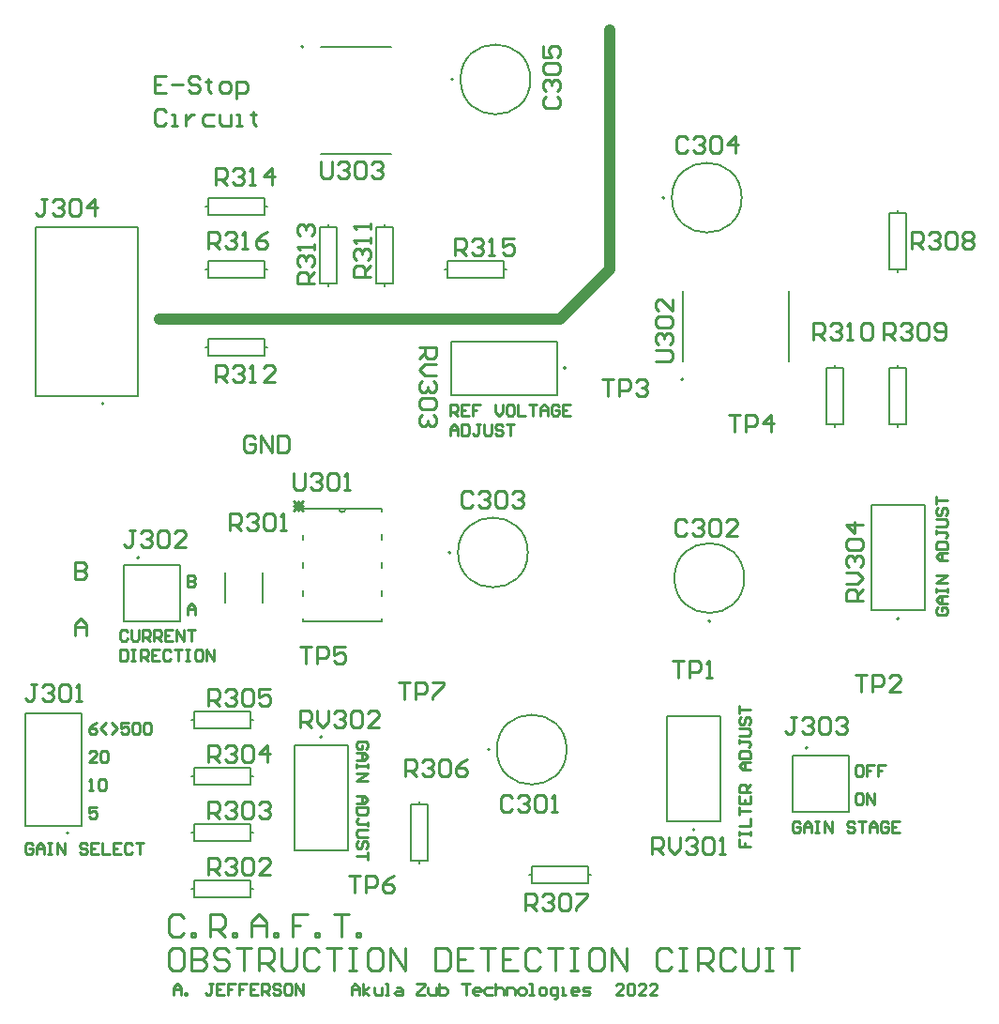
<source format=gbr>
G04 Layer_Color=65535*
%FSLAX23Y23*%
%MOIN*%
%TF.FileFunction,Legend,Top*%
%TF.Part,Single*%
G01*
G75*
%TA.AperFunction,NonConductor*%
%ADD47C,0.005*%
%ADD48C,0.008*%
%ADD49C,0.006*%
%ADD50C,0.040*%
%ADD51C,0.010*%
D47*
X2005Y1561D02*
Y1936D01*
X2195D01*
Y1561D01*
X2005D01*
X2973Y1920D02*
G03*
X2973Y1920I-124J0D01*
G01*
X3330Y1664D02*
Y2039D01*
X3520D01*
Y1664D01*
X3330D01*
X4055Y2414D02*
Y2789D01*
X4245D01*
Y2414D01*
X4055D01*
X3604Y2529D02*
G03*
X3604Y2529I-124J0D01*
G01*
X3764Y3300D02*
Y3550D01*
X3595Y3880D02*
G03*
X3595Y3880I-124J0D01*
G01*
X3386Y3550D02*
Y3300D01*
X2938Y3370D02*
X2562D01*
Y3180D01*
X2938D01*
Y3370D01*
X2835Y2620D02*
G03*
X2835Y2620I-124J0D01*
G01*
X1892Y2549D02*
Y2443D01*
X1758Y2549D02*
Y2443D01*
X1450Y3175D02*
Y3775D01*
X1087D01*
Y3175D01*
X1450D01*
X2350Y4036D02*
X2100D01*
X2350Y4414D02*
X2100D01*
X2844Y4300D02*
G03*
X2844Y4300I-124J0D01*
G01*
D48*
X1650Y1395D02*
X1850D01*
Y1455D01*
X1650D01*
Y1425D01*
X1641D01*
X1650D02*
Y1395D01*
X1850Y1425D02*
X1859D01*
X1850Y1595D02*
Y1655D01*
X1650D01*
Y1625D01*
X1641D01*
X1650D02*
Y1595D01*
X1850D01*
Y1625D02*
X1859D01*
X1850Y1795D02*
Y1855D01*
X1650D01*
Y1825D01*
X1641D01*
X1650D02*
Y1795D01*
X1850D01*
Y1825D02*
X1859D01*
X1850Y1995D02*
Y2055D01*
X1650D01*
Y2025D01*
X1641D01*
X1650D02*
Y1995D01*
X1850D01*
Y2025D02*
X1859D01*
X2104Y1965D02*
G03*
X2104Y1965I-4J0D01*
G01*
X2420Y1725D02*
X2480D01*
Y1525D01*
X2450D01*
Y1516D01*
Y1525D02*
X2420D01*
Y1725D01*
X2450D02*
Y1734D01*
X2700Y1920D02*
G03*
X2700Y1920I-4J0D01*
G01*
X2850Y1505D02*
X3050D01*
Y1475D01*
X3059D01*
X3050D02*
Y1445D01*
X2850D01*
Y1505D01*
Y1475D02*
X2841D01*
X3429Y1635D02*
G03*
X3429Y1635I-4J0D01*
G01*
X3775Y1700D02*
Y1900D01*
X3975D01*
Y1700D01*
X3775D01*
X3829Y1926D02*
G03*
X3829Y1926I-4J0D01*
G01*
X4154Y2385D02*
G03*
X4154Y2385I-4J0D01*
G01*
X4150Y3066D02*
Y3075D01*
X4180D02*
Y3275D01*
X4150D01*
Y3284D01*
Y3275D02*
X4120D01*
Y3075D01*
X4180D01*
X3955Y3275D02*
X3895D01*
Y3075D01*
X3925D01*
X3955D01*
Y3275D01*
X3925D02*
Y3284D01*
Y3075D02*
Y3066D01*
X4120Y3625D02*
X4150D01*
X4180D01*
Y3825D01*
X4120D01*
Y3625D01*
X4150D02*
Y3616D01*
Y3825D02*
Y3834D01*
X3321Y3880D02*
G03*
X3321Y3880I-4J0D01*
G01*
X2970Y3275D02*
G03*
X2970Y3275I-4J0D01*
G01*
X2750Y3595D02*
Y3625D01*
Y3655D01*
X2550D01*
Y3595D01*
X2750D01*
Y3625D02*
X2759D01*
X2550D02*
X2541D01*
X2355Y3775D02*
Y3575D01*
X2295D01*
Y3775D01*
X2325D01*
X2355D01*
X2325D02*
Y3784D01*
Y3575D02*
Y3566D01*
X2155Y3775D02*
Y3575D01*
X2095D01*
Y3775D01*
X2125D01*
X2155D01*
X2125D02*
Y3784D01*
Y3575D02*
Y3566D01*
X1909Y3625D02*
X1900D01*
Y3655D02*
Y3595D01*
X1700D01*
Y3625D01*
Y3655D01*
X1900D01*
Y3820D02*
Y3880D01*
X1700D01*
Y3850D01*
Y3820D01*
X1900D01*
Y3850D02*
X1909D01*
X1700D02*
X1691D01*
Y3625D02*
X1700D01*
X1691Y3350D02*
X1700D01*
Y3380D01*
X1900D01*
Y3320D01*
X1700D01*
Y3350D01*
X1900D02*
X1909D01*
X1329Y3149D02*
G03*
X1329Y3149I-4J0D01*
G01*
X1454Y2601D02*
G03*
X1454Y2601I-4J0D01*
G01*
X1400Y2575D02*
X1600D01*
Y2375D01*
X1400D01*
Y2575D01*
X1050Y2050D02*
X1250D01*
Y1650D01*
X1050D01*
Y2050D01*
X1204Y1624D02*
G03*
X1204Y1624I-4J0D01*
G01*
X2561Y2620D02*
G03*
X2561Y2620I-4J0D01*
G01*
X3388Y3234D02*
G03*
X3388Y3234I-4J0D01*
G01*
X3484Y2376D02*
G03*
X3484Y2376I-4J0D01*
G01*
X2570Y4300D02*
G03*
X2570Y4300I-4J0D01*
G01*
X2038Y4416D02*
G03*
X2038Y4416I-4J0D01*
G01*
D49*
X2315Y2375D02*
Y2384D01*
Y2375D02*
X2035D01*
Y2384D01*
Y2466D02*
Y2484D01*
Y2566D02*
Y2584D01*
Y2666D02*
Y2682D01*
X2163Y2775D02*
G03*
X2187Y2775I12J0D01*
G01*
X2315D01*
Y2766D01*
Y2684D02*
Y2666D01*
Y2584D02*
Y2566D01*
Y2484D02*
Y2466D01*
X2187Y2775D02*
X2163D01*
X2035D01*
Y2768D01*
D50*
X2950Y3450D02*
X3125Y3625D01*
Y4475D01*
X2950Y3450D02*
X1525D01*
D51*
X1575Y1050D02*
Y1077D01*
X1588Y1090D01*
X1602Y1077D01*
Y1050D01*
Y1070D01*
X1575D01*
X1615Y1057D02*
X1622D01*
Y1050D01*
X1615D01*
Y1057D01*
X1688D02*
X1695Y1050D01*
X1702D01*
X1708Y1057D01*
Y1090D01*
X1702D01*
X1715D01*
X1728D02*
Y1050D01*
X1755D01*
X1768D02*
Y1070D01*
X1782D01*
X1768D01*
Y1090D01*
X1795D01*
X1755D02*
X1728D01*
Y1070D02*
X1742D01*
X1808D02*
X1822D01*
X1808D01*
Y1050D01*
Y1070D02*
Y1090D01*
X1835D01*
X1848D02*
Y1050D01*
X1875D01*
X1888D02*
Y1090D01*
X1908D01*
X1915Y1083D01*
Y1070D01*
X1908Y1063D01*
X1888D01*
X1862Y1070D02*
X1848D01*
Y1090D02*
X1875D01*
X1902Y1063D02*
X1915Y1050D01*
X1935D02*
X1928Y1057D01*
X1935Y1050D02*
X1948D01*
X1955Y1057D01*
Y1063D01*
X1948Y1070D01*
X1935D01*
X1928Y1077D01*
Y1083D01*
X1935Y1090D01*
X1948D01*
X1955Y1083D01*
X1968D02*
Y1057D01*
X1975Y1050D01*
X1988D01*
X1995Y1057D01*
Y1083D01*
X1988Y1090D01*
X1975D01*
X1968Y1083D01*
X2008Y1090D02*
X2035Y1050D01*
Y1090D01*
X2008D02*
Y1050D01*
X2146Y1135D02*
Y1215D01*
X2173D01*
X2120D01*
X2200D02*
X2226D01*
X2213D01*
Y1135D01*
X2200D01*
X2226D01*
X2266Y1148D02*
X2280Y1135D01*
X2306D01*
X2320Y1148D01*
Y1202D01*
X2306Y1215D01*
X2280D01*
X2266Y1202D01*
Y1148D01*
X2268Y1077D02*
X2248Y1063D01*
X2268Y1050D01*
X2248D02*
Y1090D01*
X2221D02*
X2235Y1077D01*
Y1050D01*
Y1070D01*
X2208D01*
Y1077D02*
X2221Y1090D01*
X2208Y1077D02*
Y1050D01*
X2288Y1057D02*
X2295Y1050D01*
X2315D01*
Y1077D01*
X2328Y1090D02*
X2335D01*
Y1050D01*
X2341D01*
X2328D01*
X2368D02*
X2361Y1057D01*
X2368Y1063D01*
X2388D01*
Y1070D02*
Y1050D01*
X2368D01*
Y1077D02*
X2381D01*
X2388Y1070D01*
X2441Y1057D02*
Y1050D01*
X2468D01*
X2481Y1057D02*
X2488Y1050D01*
X2508D01*
Y1077D01*
X2521D02*
X2541D01*
X2548Y1070D01*
Y1063D01*
Y1057D01*
X2541Y1050D01*
X2521D01*
Y1090D01*
X2601D02*
X2628D01*
X2615D01*
Y1050D01*
X2648D02*
X2641Y1057D01*
Y1070D01*
X2648Y1077D01*
X2661D01*
X2668Y1070D01*
Y1063D01*
X2641D01*
X2648Y1050D02*
X2661D01*
X2681Y1057D02*
X2688Y1050D01*
X2708D01*
X2721D02*
Y1070D01*
X2728Y1077D01*
X2741D01*
X2748Y1070D01*
Y1050D01*
X2761D02*
Y1077D01*
X2781D01*
X2788Y1070D01*
Y1050D01*
X2721D02*
Y1090D01*
X2708Y1077D02*
X2688D01*
X2681Y1070D01*
Y1057D01*
X2746Y1135D02*
X2800D01*
X2746D02*
Y1215D01*
X2800D01*
X2720D02*
X2693D01*
Y1135D01*
X2640D02*
X2586D01*
Y1215D01*
X2640D01*
X2666D02*
X2720D01*
X2746Y1175D02*
X2773D01*
X2808Y1077D02*
X2801Y1070D01*
Y1057D01*
X2808Y1050D01*
X2821D01*
X2828Y1057D01*
Y1070D01*
X2821Y1077D01*
X2808D01*
X2841Y1090D02*
X2848D01*
Y1050D01*
X2855D01*
X2841D01*
X2881D02*
X2895D01*
X2901Y1057D01*
Y1070D01*
X2895Y1077D01*
X2881D01*
X2875Y1070D01*
Y1057D01*
X2881Y1050D01*
X2915Y1057D02*
X2921Y1050D01*
X2941D01*
Y1043D02*
Y1077D01*
X2921D01*
X2915Y1070D01*
Y1057D01*
X2928Y1037D02*
X2935D01*
X2941Y1043D01*
X2955Y1050D02*
X2968D01*
X2961D01*
Y1077D01*
X2955D01*
X2988Y1070D02*
X2995Y1077D01*
X3008D01*
X3015Y1070D01*
Y1063D01*
X2988D01*
Y1057D02*
Y1070D01*
Y1057D02*
X2995Y1050D01*
X3008D01*
X3028D02*
X3048D01*
X3055Y1057D01*
X3048Y1063D01*
X3035D01*
X3028Y1070D01*
X3035Y1077D01*
X3055D01*
X3148Y1083D02*
X3154Y1090D01*
X3168D01*
X3174Y1083D01*
Y1077D01*
X3148Y1050D01*
X3174D01*
X3194D02*
X3188Y1057D01*
Y1083D01*
X3194Y1090D01*
X3208D01*
X3214Y1083D01*
Y1057D01*
X3208Y1050D01*
X3194D01*
X3228D02*
X3254Y1077D01*
Y1083D01*
X3248Y1090D01*
X3234D01*
X3228Y1083D01*
Y1050D02*
X3254D01*
X3268D02*
X3294Y1077D01*
Y1083D01*
X3288Y1090D01*
X3274D01*
X3268Y1083D01*
Y1050D02*
X3294D01*
X3306Y1135D02*
X3333D01*
X3346Y1148D01*
X3373Y1135D02*
X3399D01*
X3386D02*
X3373D01*
X3386D02*
Y1215D01*
X3399D01*
X3373D01*
X3346Y1202D02*
X3333Y1215D01*
X3306D01*
X3293Y1202D01*
Y1148D01*
X3306Y1135D01*
X3439D02*
Y1215D01*
X3479D01*
X3493Y1202D01*
Y1175D01*
X3479Y1162D01*
X3439D01*
X3466D02*
X3493Y1135D01*
X3519Y1148D02*
X3533Y1135D01*
X3559D01*
X3573Y1148D01*
X3599D02*
X3613Y1135D01*
X3639D01*
X3653Y1148D01*
Y1215D01*
X3679D02*
X3706D01*
X3693D01*
Y1135D01*
X3679D01*
X3706D01*
X3773D02*
Y1215D01*
X3799D01*
X3746D01*
X3599D02*
Y1148D01*
X3519D02*
Y1202D01*
X3533Y1215D01*
X3559D01*
X3573Y1202D01*
X3605Y1575D02*
Y1588D01*
Y1575D01*
X3625D01*
X3605D02*
X3585D01*
Y1602D01*
Y1615D02*
Y1628D01*
Y1622D01*
X3625D01*
Y1615D01*
Y1628D01*
Y1648D02*
Y1675D01*
Y1648D02*
X3585D01*
Y1688D02*
Y1715D01*
Y1702D01*
X3625D01*
Y1728D02*
Y1755D01*
Y1768D02*
X3585D01*
Y1788D01*
X3592Y1795D01*
X3605D01*
X3612Y1788D01*
Y1768D01*
Y1782D02*
X3625Y1795D01*
Y1728D02*
X3585D01*
Y1755D01*
X3525Y1610D02*
X3515Y1600D01*
Y1550D02*
X3535D01*
X3525D01*
Y1610D01*
X3605Y1728D02*
Y1742D01*
X3782Y1665D02*
X3775Y1658D01*
Y1632D01*
X3782Y1625D01*
X3795D01*
X3802Y1632D01*
Y1645D01*
X3788D01*
X3795Y1665D02*
X3782D01*
X3795D02*
X3802Y1658D01*
X3815Y1652D02*
X3828Y1665D01*
X3842Y1652D01*
Y1625D01*
Y1645D01*
X3815D01*
Y1652D02*
Y1625D01*
X3855D02*
X3868D01*
X3862D02*
X3855D01*
X3862D02*
Y1665D01*
X3868D01*
X3855D01*
X3888D02*
X3915Y1625D01*
Y1665D01*
X3975D02*
X3968Y1658D01*
Y1652D01*
X3975Y1645D01*
X3988D01*
X3995Y1638D01*
Y1632D01*
X3988Y1625D01*
X3975D01*
X3968Y1632D01*
X3975Y1665D02*
X3988D01*
X3995Y1658D01*
X4008Y1665D02*
X4035D01*
X4022D01*
Y1625D01*
X4048D02*
Y1652D01*
X4062Y1665D01*
X4075Y1652D01*
Y1625D01*
Y1645D01*
X4048D01*
X4088Y1632D02*
X4095Y1625D01*
X4108D01*
X4115Y1632D01*
Y1645D01*
X4102D01*
X4115Y1658D02*
X4108Y1665D01*
X4095D01*
X4088Y1658D01*
Y1632D01*
X4128Y1625D02*
X4155D01*
X4128D02*
Y1665D01*
X4155D01*
X4142Y1645D02*
X4128D01*
X4067Y1725D02*
Y1765D01*
X4040D02*
X4067Y1725D01*
X4040D02*
Y1765D01*
X4020D02*
X4007D01*
X4000Y1758D01*
Y1732D01*
X4007Y1725D01*
X4020D01*
X4027Y1732D01*
Y1758D01*
X4020Y1765D01*
X4107Y1865D02*
X4080D01*
Y1845D01*
X4093D01*
X4080D01*
Y1825D01*
X4040D02*
Y1845D01*
X4053D01*
X4040D01*
Y1865D01*
X4067D01*
X4020D02*
X4007D01*
X4000Y1858D01*
Y1832D01*
X4007Y1825D01*
X4020D01*
X4027Y1832D01*
Y1858D01*
X4020Y1865D01*
X3970Y1985D02*
X3960Y1975D01*
X3940D01*
X3930Y1985D01*
X3910D02*
X3900Y1975D01*
X3880D01*
X3870Y1985D01*
Y2025D01*
X3880Y2035D01*
X3900D01*
X3910Y2025D01*
Y1985D01*
X3970D02*
Y1995D01*
X3960Y2005D01*
X3950D01*
X3960D01*
X3970Y2015D01*
Y2025D01*
X3960Y2035D01*
X3940D01*
X3930Y2025D01*
X4020Y2125D02*
Y2185D01*
X4040D01*
X4000D01*
X4060D02*
X4090D01*
X4100Y2175D01*
Y2155D01*
X4090Y2145D01*
X4060D01*
Y2125D02*
Y2185D01*
X4130D02*
X4120Y2175D01*
X4130Y2185D02*
X4150D01*
X4160Y2175D01*
Y2165D01*
X4120Y2125D01*
X4160D01*
X4318Y2400D02*
X4325Y2407D01*
Y2420D01*
X4318Y2427D01*
X4305D01*
Y2413D01*
X4318Y2400D02*
X4292D01*
X4285Y2407D01*
Y2420D01*
X4292Y2427D01*
X4298Y2440D02*
X4285Y2453D01*
X4298Y2467D01*
X4325D01*
X4305D01*
Y2440D01*
X4325D02*
X4298D01*
X4285Y2480D02*
Y2493D01*
Y2487D01*
X4325D01*
Y2480D01*
Y2493D01*
Y2513D02*
X4285D01*
X4325Y2540D01*
X4285D01*
X4298Y2593D02*
X4285Y2607D01*
X4298Y2620D01*
X4325D01*
X4305D01*
Y2593D01*
X4325D02*
X4298D01*
X4325Y2633D02*
Y2653D01*
X4318Y2660D01*
X4292D01*
X4285Y2653D01*
Y2633D01*
X4325D01*
Y2680D02*
X4318Y2673D01*
X4325Y2680D02*
Y2687D01*
X4318Y2693D01*
X4285D01*
Y2687D01*
Y2700D01*
X4318Y2713D02*
X4325Y2720D01*
Y2733D01*
X4318Y2740D01*
X4285D01*
Y2760D02*
X4292Y2753D01*
X4298D01*
X4305Y2760D01*
Y2773D01*
X4312Y2780D01*
X4318D01*
X4325Y2773D01*
Y2760D01*
X4318Y2753D01*
Y2713D02*
X4285D01*
Y2760D02*
Y2773D01*
X4292Y2780D01*
X4285Y2793D02*
Y2820D01*
Y2807D01*
X4325D01*
X4025Y2720D02*
X3965D01*
X3995Y2690D01*
Y2730D01*
X3975Y2670D02*
X4015D01*
X4025Y2660D01*
Y2640D01*
X4015Y2630D01*
X3975D01*
X3965Y2640D01*
Y2660D01*
X3975Y2670D01*
Y2610D02*
X3985D01*
X3995Y2600D01*
Y2590D01*
Y2600D01*
X4005Y2610D01*
X4015D01*
X4025Y2600D01*
Y2580D01*
X4015Y2570D01*
X4005Y2550D02*
X3965D01*
X3975Y2570D02*
X3965Y2580D01*
Y2600D01*
X3975Y2610D01*
X3965Y2510D02*
X4005D01*
X4025Y2530D01*
X4005Y2550D01*
Y2480D02*
Y2450D01*
X4025D02*
X3965D01*
Y2480D01*
X3975Y2490D01*
X3995D01*
X4005Y2480D01*
Y2470D02*
X4025Y2490D01*
X3790Y2035D02*
X3770D01*
X3780D01*
Y1985D01*
X3770Y1975D01*
X3760D01*
X3750Y1985D01*
X3810D02*
X3820Y1975D01*
X3840D01*
X3850Y1985D01*
Y1995D01*
X3840Y2005D01*
X3830D01*
X3840D01*
X3850Y2015D01*
Y2025D01*
X3840Y2035D01*
X3820D01*
X3810Y2025D01*
X3625Y2028D02*
Y2015D01*
X3618Y2008D01*
X3605Y2015D02*
Y2028D01*
X3612Y2035D01*
X3618D01*
X3625Y2028D01*
X3605Y2015D02*
X3598Y2008D01*
X3592D01*
X3585Y2015D01*
Y2028D01*
X3592Y2035D01*
X3585Y2048D02*
Y2075D01*
Y2062D01*
X3625D01*
Y1988D02*
X3618Y1995D01*
X3585D01*
Y1968D02*
X3618D01*
X3625Y1975D01*
Y1988D01*
X3618Y1948D02*
X3625Y1942D01*
Y1935D01*
X3618Y1928D01*
Y1915D02*
X3592D01*
X3585Y1908D01*
Y1888D01*
X3625D01*
Y1908D01*
X3618Y1915D01*
Y1948D02*
X3585D01*
Y1942D01*
Y1955D01*
Y1862D02*
X3598Y1875D01*
X3625D01*
X3605D01*
Y1848D01*
X3625D02*
X3598D01*
X3585Y1862D01*
X3485Y1610D02*
X3495Y1600D01*
Y1560D01*
X3485Y1550D01*
X3465D01*
X3455Y1560D01*
Y1600D01*
X3465Y1610D01*
X3485D01*
X3425D02*
X3435Y1600D01*
Y1590D01*
X3425Y1580D01*
X3415D01*
X3425D01*
X3435Y1570D01*
Y1560D01*
X3425Y1550D01*
X3405D01*
X3395Y1560D01*
X3375Y1570D02*
Y1610D01*
X3335D02*
Y1570D01*
X3355Y1550D01*
X3375Y1570D01*
X3395Y1600D02*
X3405Y1610D01*
X3425D01*
X3305D02*
X3315Y1600D01*
Y1580D01*
X3305Y1570D01*
X3275D01*
Y1550D02*
Y1610D01*
X3305D01*
X3315Y1550D02*
X3295Y1570D01*
X3045Y1410D02*
Y1400D01*
X3005Y1360D01*
Y1350D01*
X3013Y1215D02*
X3000D01*
Y1135D01*
X2986D01*
X3013D01*
X3053Y1148D02*
X3066Y1135D01*
X3093D01*
X3106Y1148D01*
Y1202D01*
X3093Y1215D01*
X3066D01*
X3053Y1202D01*
Y1148D01*
X3133Y1135D02*
Y1215D01*
X3186Y1135D01*
Y1215D01*
X3013D02*
X2986D01*
X2960D02*
X2933D01*
Y1135D01*
X2906Y1215D02*
X2960D01*
X2955Y1350D02*
X2945Y1360D01*
Y1400D01*
X2955Y1410D01*
X2975D01*
X2985Y1400D01*
Y1360D01*
X2975Y1350D01*
X2955D01*
X2925Y1360D02*
X2915Y1350D01*
X2895D01*
X2885Y1360D01*
X2865Y1350D02*
X2845Y1370D01*
X2855D02*
X2825D01*
Y1350D02*
Y1410D01*
X2855D01*
X2865Y1400D01*
Y1380D01*
X2855Y1370D01*
X2885Y1400D02*
X2895Y1410D01*
X2915D01*
X2925Y1400D01*
Y1390D01*
X2915Y1380D01*
X2905D01*
X2915D01*
X2925Y1370D01*
Y1360D01*
X3005Y1410D02*
X3045D01*
X2880Y1202D02*
X2866Y1215D01*
X2840D01*
X2826Y1202D01*
Y1148D01*
X2840Y1135D01*
X2866D01*
X2880Y1148D01*
X2613Y1175D02*
X2586D01*
X2560Y1148D02*
Y1202D01*
X2546Y1215D01*
X2506D01*
Y1135D01*
X2546D01*
X2560Y1148D01*
X2468Y1090D02*
Y1083D01*
X2441Y1057D01*
Y1090D02*
X2468D01*
X2481Y1077D02*
Y1057D01*
X2400Y1135D02*
Y1215D01*
X2346D02*
X2400Y1135D01*
X2346D02*
Y1215D01*
X2240Y1255D02*
X2226D01*
Y1268D01*
X2240D01*
Y1255D01*
X2200Y1335D02*
X2173D01*
Y1255D01*
X2146Y1335D02*
X2200D01*
X2220Y1411D02*
Y1471D01*
X2240D01*
X2200D01*
X2260D02*
X2290D01*
X2300Y1461D01*
Y1441D01*
X2290Y1431D01*
X2260D01*
Y1411D02*
Y1471D01*
X2340Y1461D02*
X2320Y1441D01*
Y1421D01*
X2330Y1411D01*
X2350D01*
X2360Y1421D01*
Y1431D01*
X2350Y1441D01*
X2320D01*
X2340Y1461D02*
X2360Y1471D01*
X2265Y1530D02*
Y1543D01*
X2225D01*
X2232Y1570D02*
X2225Y1577D01*
Y1590D01*
X2232Y1597D01*
X2252D02*
X2245Y1590D01*
Y1577D01*
X2238Y1570D01*
X2232D01*
X2258D02*
X2265Y1577D01*
Y1590D01*
X2258Y1597D01*
X2252D01*
X2265Y1557D02*
Y1530D01*
Y1610D02*
X2232D01*
X2225Y1617D01*
Y1630D01*
X2232Y1637D01*
X2265D01*
Y1650D02*
Y1663D01*
Y1657D01*
X2232D01*
X2225Y1663D01*
Y1670D01*
X2232Y1677D01*
Y1690D02*
X2258D01*
X2265Y1697D01*
Y1717D01*
X2225D01*
Y1697D01*
X2232Y1690D01*
X2225Y1730D02*
X2245D01*
Y1757D01*
X2252D02*
X2265Y1743D01*
X2252Y1730D01*
X2225D01*
Y1757D02*
X2252D01*
X2265Y1810D02*
X2225D01*
X2265Y1837D01*
X2225D01*
Y1857D02*
Y1870D01*
Y1863D01*
X2265D01*
Y1857D01*
Y1870D01*
Y1897D02*
X2252Y1883D01*
X2225D01*
X2245D01*
Y1910D01*
X2252D02*
X2265Y1897D01*
X2252Y1910D02*
X2225D01*
Y1930D02*
X2232Y1923D01*
X2245D01*
Y1937D01*
X2232Y1950D02*
X2225Y1943D01*
Y1930D01*
X2232Y1950D02*
X2258D01*
X2265Y1943D01*
Y1930D01*
X2258Y1923D01*
X2305Y2000D02*
X2265D01*
X2305Y2040D01*
Y2050D01*
X2295Y2060D01*
X2275D01*
X2265Y2050D01*
X2245D02*
Y2010D01*
X2235Y2000D01*
X2215D01*
X2205Y2010D01*
Y2050D01*
X2215Y2060D01*
X2235D01*
X2245Y2050D01*
X2395Y2100D02*
Y2160D01*
X2415D01*
X2375D01*
X2435D02*
X2465D01*
X2475Y2150D01*
Y2130D01*
X2465Y2120D01*
X2435D01*
Y2100D02*
Y2160D01*
X2495D02*
X2535D01*
Y2150D01*
X2495Y2110D01*
Y2100D01*
X2490Y1885D02*
X2500Y1875D01*
Y1865D01*
X2490Y1855D01*
X2480D01*
X2490D01*
X2500Y1845D01*
Y1835D01*
X2490Y1825D01*
X2470D01*
X2460Y1835D01*
X2440Y1825D02*
X2420Y1845D01*
X2430D02*
X2400D01*
Y1825D02*
Y1885D01*
X2430D01*
X2440Y1875D01*
Y1855D01*
X2430Y1845D01*
X2460Y1875D02*
X2470Y1885D01*
X2490D01*
X2520Y1875D02*
X2530Y1885D01*
X2550D01*
X2560Y1875D01*
Y1835D01*
X2550Y1825D01*
X2530D01*
X2520Y1835D01*
Y1875D01*
X2600D02*
X2580Y1855D01*
Y1835D01*
X2590Y1825D01*
X2610D01*
X2620Y1835D01*
Y1845D01*
X2610Y1855D01*
X2580D01*
X2600Y1875D02*
X2620Y1885D01*
X2750Y1760D02*
X2740Y1750D01*
Y1710D01*
X2750Y1700D01*
X2770D01*
X2780Y1710D01*
X2800D02*
X2810Y1700D01*
X2830D01*
X2840Y1710D01*
Y1720D01*
X2830Y1730D01*
X2820D01*
X2830D01*
X2840Y1740D01*
Y1750D01*
X2830Y1760D01*
X2810D01*
X2800Y1750D01*
X2780D02*
X2770Y1760D01*
X2750D01*
X2860Y1750D02*
X2870Y1760D01*
X2890D01*
X2900Y1750D01*
Y1710D01*
X2890Y1700D01*
X2870D01*
X2860Y1710D01*
Y1750D01*
X2920D02*
X2930Y1760D01*
Y1700D01*
X2940D01*
X2920D01*
X3370Y2175D02*
Y2235D01*
X3390D01*
X3350D01*
X3410Y2195D02*
X3440D01*
X3450Y2205D01*
Y2225D01*
X3440Y2235D01*
X3410D01*
Y2175D01*
X3470D02*
X3490D01*
X3480D01*
Y2235D01*
X3470Y2225D01*
X3510Y2680D02*
X3490D01*
X3480Y2690D01*
Y2730D01*
X3490Y2740D01*
X3510D01*
X3520Y2730D01*
Y2690D01*
X3510Y2680D01*
X3540D02*
X3580Y2720D01*
Y2730D01*
X3570Y2740D01*
X3550D01*
X3540Y2730D01*
Y2680D02*
X3580D01*
X3460Y2720D02*
X3450Y2710D01*
X3440D01*
X3450D01*
X3460Y2700D01*
Y2690D01*
X3450Y2680D01*
X3430D01*
X3420Y2690D01*
Y2730D02*
X3430Y2740D01*
X3450D01*
X3460Y2730D01*
Y2720D01*
X3400Y2730D02*
X3390Y2740D01*
X3370D01*
X3360Y2730D01*
Y2690D01*
X3370Y2680D01*
X3390D01*
X3400Y2690D01*
X3710Y3080D02*
X3670D01*
X3700Y3110D01*
Y3050D01*
X3650Y3080D02*
X3640Y3070D01*
X3610D01*
Y3050D02*
Y3110D01*
X3640D01*
X3650Y3100D01*
Y3080D01*
X3590Y3110D02*
X3570D01*
Y3050D01*
X3550Y3110D02*
X3590D01*
X3340Y3300D02*
X3350Y3310D01*
Y3330D01*
X3340Y3340D01*
X3290D01*
Y3370D02*
Y3390D01*
X3300Y3400D01*
X3310D01*
X3320Y3390D01*
Y3380D01*
Y3390D01*
X3330Y3400D01*
X3340D01*
X3350Y3390D01*
Y3370D01*
X3340Y3360D01*
X3300D02*
X3290Y3370D01*
Y3300D02*
X3340D01*
Y3420D02*
X3300D01*
X3290Y3430D01*
Y3450D01*
X3300Y3460D01*
X3340D01*
X3350Y3450D01*
Y3430D01*
X3340Y3420D01*
X3350Y3480D02*
X3310Y3520D01*
X3300D01*
X3290Y3510D01*
Y3490D01*
X3300Y3480D01*
X3350D02*
Y3520D01*
X3190Y3235D02*
X3200Y3225D01*
Y3205D01*
X3190Y3195D01*
X3160D01*
Y3175D02*
Y3235D01*
X3190D01*
X3140D02*
X3120D01*
Y3175D01*
X3230D02*
X3220Y3185D01*
X3230Y3175D02*
X3250D01*
X3260Y3185D01*
Y3195D01*
X3250Y3205D01*
X3240D01*
X3250D01*
X3260Y3215D01*
Y3225D01*
X3250Y3235D01*
X3230D01*
X3220Y3225D01*
X3140Y3235D02*
X3100D01*
X2987Y3147D02*
X2960D01*
Y3107D01*
X2987D01*
X2973Y3127D02*
X2960D01*
X2947D02*
X2933D01*
X2947D02*
Y3114D01*
X2940Y3107D01*
X2927D01*
X2920Y3114D01*
Y3140D01*
X2927Y3147D01*
X2940D01*
X2947Y3140D01*
X2907Y3134D02*
Y3107D01*
Y3127D01*
X2880D01*
Y3134D02*
X2893Y3147D01*
X2907Y3134D01*
X2880D02*
Y3107D01*
X2853D02*
Y3147D01*
X2867D01*
X2840D01*
X2827Y3107D02*
X2800D01*
Y3147D01*
X2780D02*
X2767D01*
X2760Y3140D01*
Y3114D01*
X2767Y3107D01*
X2780D01*
X2787Y3114D01*
Y3140D01*
X2780Y3147D01*
X2747D02*
Y3120D01*
X2733Y3107D01*
X2720Y3120D01*
Y3147D01*
X2727Y3075D02*
X2720Y3068D01*
Y3062D01*
X2727Y3055D01*
X2740D01*
X2747Y3048D01*
Y3042D01*
X2740Y3035D01*
X2727D01*
X2720Y3042D01*
X2707D02*
Y3075D01*
X2727D02*
X2740D01*
X2747Y3068D01*
X2760Y3075D02*
X2787D01*
X2773D01*
Y3035D01*
X2707Y3042D02*
X2700Y3035D01*
X2687D01*
X2680Y3042D01*
Y3075D01*
X2667D02*
X2653D01*
X2660D01*
Y3042D01*
X2653Y3035D01*
X2647D01*
X2640Y3042D01*
X2627D02*
Y3068D01*
X2620Y3075D01*
X2600D01*
Y3035D01*
X2620D01*
X2627Y3042D01*
Y3107D02*
X2600D01*
Y3147D01*
X2627D01*
X2640D02*
Y3127D01*
X2653D01*
X2640D01*
Y3107D01*
Y3147D02*
X2667D01*
X2613Y3127D02*
X2600D01*
X2587D02*
X2580Y3120D01*
X2560D01*
Y3107D02*
Y3147D01*
X2580D01*
X2587Y3140D01*
Y3127D01*
X2573Y3120D02*
X2587Y3107D01*
X2510Y3100D02*
Y3080D01*
X2500Y3070D01*
X2490D01*
X2480Y3080D01*
Y3090D01*
Y3080D01*
X2470Y3070D01*
X2460D01*
X2450Y3080D01*
Y3100D01*
X2460Y3110D01*
Y3130D02*
X2450Y3140D01*
Y3160D01*
X2460Y3170D01*
X2500D01*
X2510Y3160D01*
Y3140D01*
X2500Y3130D01*
X2460D01*
X2500Y3110D02*
X2510Y3100D01*
X2573Y3075D02*
X2587Y3062D01*
Y3035D01*
Y3055D01*
X2560D01*
Y3062D02*
X2573Y3075D01*
X2560Y3062D02*
Y3035D01*
X2500Y3190D02*
X2490D01*
X2480Y3200D01*
Y3210D01*
Y3200D01*
X2470Y3190D01*
X2460D01*
X2450Y3200D01*
Y3220D01*
X2460Y3230D01*
X2470Y3250D02*
X2510D01*
Y3220D02*
Y3200D01*
X2500Y3190D01*
X2510Y3220D02*
X2500Y3230D01*
X2470Y3250D02*
X2450Y3270D01*
X2470Y3290D01*
X2510D01*
Y3320D02*
X2500Y3310D01*
X2480D01*
X2470Y3320D01*
Y3350D01*
X2450D02*
X2510D01*
Y3320D01*
X2470Y3330D02*
X2450Y3310D01*
X2705Y3675D02*
Y3735D01*
X2695Y3725D01*
X2675D02*
Y3715D01*
X2665Y3705D01*
X2655D01*
X2665D01*
X2675Y3695D01*
Y3685D01*
X2665Y3675D01*
X2645D01*
X2635Y3685D01*
X2615Y3675D02*
X2595Y3695D01*
X2575D02*
X2605D01*
X2615Y3705D01*
Y3725D01*
X2605Y3735D01*
X2575D01*
Y3675D01*
X2695D02*
X2715D01*
X2705D01*
X2755D02*
X2745Y3685D01*
X2755Y3675D02*
X2775D01*
X2785Y3685D01*
Y3705D01*
X2775Y3715D01*
X2765D01*
X2745Y3705D01*
Y3735D01*
X2785D01*
X2665D02*
X2675Y3725D01*
X2665Y3735D02*
X2645D01*
X2635Y3725D01*
X2310Y4010D02*
X2320Y4000D01*
Y3990D01*
X2310Y3980D01*
X2300D01*
X2310D01*
X2320Y3970D01*
Y3960D01*
X2310Y3950D01*
X2290D01*
X2280Y3960D01*
X2260D02*
X2250Y3950D01*
X2230D01*
X2220Y3960D01*
Y4000D01*
X2230Y4010D01*
X2250D01*
X2260Y4000D01*
Y3960D01*
X2280Y4000D02*
X2290Y4010D01*
X2310D01*
X2190D02*
X2200Y4000D01*
Y3990D01*
X2190Y3980D01*
X2180D01*
X2190D01*
X2200Y3970D01*
Y3960D01*
X2190Y3950D01*
X2170D01*
X2160Y3960D01*
X2140D02*
Y4010D01*
X2170D02*
X2190D01*
X2170D02*
X2160Y4000D01*
X2140Y3960D02*
X2130Y3950D01*
X2110D01*
X2100Y3960D01*
Y4010D01*
X1925Y3985D02*
X1895Y3955D01*
X1935D01*
X1925Y3925D02*
Y3985D01*
X1855D02*
X1845Y3975D01*
X1825D02*
Y3965D01*
X1815Y3955D01*
X1805D01*
X1815D01*
X1825Y3945D01*
Y3935D01*
X1815Y3925D01*
X1795D01*
X1785Y3935D01*
X1765Y3925D02*
X1745Y3945D01*
X1755D02*
X1725D01*
Y3925D02*
Y3985D01*
X1755D01*
X1765Y3975D01*
Y3955D01*
X1755Y3945D01*
X1785Y3975D02*
X1795Y3985D01*
X1815D01*
X1825Y3975D01*
X1855Y3985D02*
Y3925D01*
X1865D01*
X1845D01*
X1790Y3760D02*
X1800Y3750D01*
Y3740D01*
X1790Y3730D01*
X1780D01*
X1790D01*
X1800Y3720D01*
Y3710D01*
X1790Y3700D01*
X1770D01*
X1760Y3710D01*
X1740Y3700D02*
X1720Y3720D01*
X1730D02*
X1700D01*
Y3700D02*
Y3760D01*
X1730D01*
X1740Y3750D01*
Y3730D01*
X1730Y3720D01*
X1760Y3750D02*
X1770Y3760D01*
X1790D01*
X1830D02*
X1820Y3750D01*
X1830Y3760D02*
Y3700D01*
X1840D01*
X1820D01*
X1870Y3710D02*
X1880Y3700D01*
X1900D01*
X1910Y3710D01*
Y3720D01*
X1900Y3730D01*
X1870D01*
Y3710D01*
Y3730D02*
X1890Y3750D01*
X1910Y3760D01*
X2025Y3695D02*
X2015Y3705D01*
X2075D01*
Y3715D01*
Y3695D01*
X2065Y3675D02*
X2075Y3665D01*
Y3645D01*
X2065Y3635D01*
X2075Y3615D02*
X2055Y3595D01*
Y3575D02*
Y3605D01*
X2045Y3615D01*
X2025D01*
X2015Y3605D01*
Y3575D01*
X2075D01*
X2025Y3635D02*
X2015Y3645D01*
Y3665D01*
X2025Y3675D01*
X2035D01*
X2045Y3665D01*
Y3655D01*
Y3665D01*
X2055Y3675D01*
X2065D01*
Y3745D02*
X2075Y3755D01*
Y3775D01*
X2065Y3785D01*
X2055D01*
X2045Y3775D01*
Y3765D01*
Y3775D01*
X2035Y3785D01*
X2025D01*
X2015Y3775D01*
Y3755D01*
X2025Y3745D01*
X2215Y3690D02*
X2225Y3700D01*
X2235D01*
X2245Y3690D01*
Y3680D01*
Y3690D01*
X2255Y3700D01*
X2265D01*
X2275Y3690D01*
Y3670D01*
X2265Y3660D01*
X2275Y3640D02*
X2255Y3620D01*
Y3630D02*
Y3600D01*
X2275D02*
X2215D01*
Y3630D01*
X2225Y3640D01*
X2245D01*
X2255Y3630D01*
X2225Y3660D02*
X2215Y3670D01*
Y3690D01*
Y3730D02*
X2225Y3720D01*
X2215Y3730D02*
X2275D01*
Y3740D01*
Y3720D01*
Y3770D02*
Y3790D01*
Y3780D01*
X2215D01*
X2225Y3770D01*
X1870Y4135D02*
X1860Y4145D01*
Y4175D01*
X1850D01*
X1870D01*
X1860D01*
Y4185D01*
X1810Y4175D02*
X1800D01*
X1780D02*
Y4135D01*
X1750D01*
X1740Y4145D01*
Y4175D01*
X1720D02*
X1690D01*
X1680Y4165D01*
Y4145D01*
X1690Y4135D01*
X1720D01*
X1800D02*
X1820D01*
X1810D01*
Y4175D01*
X1830Y4251D02*
X1800D01*
Y4231D02*
Y4291D01*
X1830D01*
X1840Y4281D01*
Y4261D01*
X1830Y4251D01*
X1770D02*
X1780Y4261D01*
Y4281D01*
X1770Y4291D01*
X1750D01*
X1740Y4281D01*
Y4261D01*
X1750Y4251D01*
X1770D01*
X1710D02*
X1700Y4261D01*
Y4291D01*
X1690D01*
X1710D01*
X1700D01*
Y4301D01*
X1670D02*
X1660Y4311D01*
X1640D01*
X1630Y4301D01*
Y4291D01*
X1640Y4281D01*
X1660D01*
X1670Y4271D01*
Y4261D01*
X1660Y4251D01*
X1640D01*
X1630Y4261D01*
X1610Y4281D02*
X1570D01*
X1530D02*
X1510D01*
Y4251D02*
X1550D01*
X1510D02*
Y4311D01*
X1550D01*
Y4185D02*
X1540Y4195D01*
X1520D01*
X1510Y4185D01*
Y4145D01*
X1520Y4135D01*
X1540D01*
X1550Y4145D01*
X1570Y4135D02*
X1590D01*
X1580D01*
Y4175D01*
X1570D01*
X1620D02*
Y4135D01*
Y4155D01*
X1630Y4165D01*
X1640Y4175D01*
X1650D01*
X1306Y3846D02*
X1266D01*
X1296Y3876D01*
Y3816D01*
X1246Y3826D02*
X1236Y3816D01*
X1216D01*
X1206Y3826D01*
Y3866D01*
X1216Y3876D01*
X1236D01*
X1246Y3866D01*
Y3826D01*
X1186D02*
X1176Y3816D01*
X1156D01*
X1146Y3826D01*
X1116D02*
X1106Y3816D01*
X1096D01*
X1086Y3826D01*
X1116D02*
Y3876D01*
X1106D01*
X1126D01*
X1146Y3866D02*
X1156Y3876D01*
X1176D01*
X1186Y3866D01*
Y3856D01*
X1176Y3846D01*
X1166D01*
X1176D01*
X1186Y3836D01*
Y3826D01*
X1725Y3285D02*
X1755D01*
X1765Y3275D01*
Y3255D01*
X1755Y3245D01*
X1725D01*
Y3225D02*
Y3285D01*
X1745Y3245D02*
X1765Y3225D01*
X1795D02*
X1785Y3235D01*
X1795Y3225D02*
X1815D01*
X1825Y3235D01*
Y3245D01*
X1815Y3255D01*
X1805D01*
X1815D01*
X1825Y3265D01*
Y3275D01*
X1815Y3285D01*
X1795D01*
X1785Y3275D01*
X1845D02*
X1855Y3285D01*
Y3225D01*
X1865D01*
X1845D01*
X1895D02*
X1935Y3265D01*
Y3275D01*
X1925Y3285D01*
X1905D01*
X1895Y3275D01*
Y3225D02*
X1935D01*
X1885Y3035D02*
X1925Y2975D01*
Y3035D01*
X1945D02*
Y2975D01*
X1975D01*
X1985Y2985D01*
Y3025D01*
X1975Y3035D01*
X1945D01*
X2002Y2901D02*
Y2851D01*
X2012Y2841D01*
X2032D01*
X2042Y2851D01*
Y2901D01*
X2072D02*
X2092D01*
X2102Y2891D01*
Y2881D01*
X2092Y2871D01*
X2082D01*
X2092D01*
X2102Y2861D01*
Y2851D01*
X2092Y2841D01*
X2072D01*
X2062Y2851D01*
Y2891D02*
X2072Y2901D01*
X2035Y2801D02*
X2002Y2768D01*
Y2784D02*
X2035D01*
Y2768D02*
X2002Y2801D01*
X2018D02*
Y2768D01*
X2132Y2841D02*
X2122Y2851D01*
Y2891D01*
X2132Y2901D01*
X2152D01*
X2162Y2891D01*
Y2851D01*
X2152Y2841D01*
X2132D01*
X2182D02*
X2202D01*
X2192D01*
Y2901D01*
X2182Y2891D01*
X1965Y2760D02*
X1955Y2750D01*
X1935D02*
Y2710D01*
X1925Y2700D01*
X1905D01*
X1895Y2710D01*
Y2750D01*
X1905Y2760D01*
X1925D01*
X1935Y2750D01*
X1965Y2760D02*
Y2700D01*
X1975D01*
X1955D01*
X1875Y2710D02*
X1865Y2700D01*
X1845D01*
X1835Y2710D01*
X1815Y2700D02*
X1795Y2720D01*
X1775D02*
X1805D01*
X1815Y2730D01*
Y2750D01*
X1805Y2760D01*
X1775D01*
Y2700D01*
X1835Y2750D02*
X1845Y2760D01*
X1865D01*
X1875Y2750D01*
Y2740D01*
X1865Y2730D01*
X1855D01*
X1865D01*
X1875Y2720D01*
Y2710D01*
X1885Y2975D02*
Y3035D01*
X1865Y3025D02*
X1855Y3035D01*
X1835D01*
X1825Y3025D01*
Y2985D01*
X1835Y2975D01*
X1855D01*
X1865Y2985D01*
Y3005D01*
X1845D01*
X1589Y2698D02*
X1579Y2688D01*
X1559D02*
Y2648D01*
X1549Y2638D01*
X1529D01*
X1519Y2648D01*
Y2688D01*
X1529Y2698D01*
X1549D01*
X1559Y2688D01*
X1589Y2698D02*
X1609D01*
X1619Y2688D01*
Y2678D01*
X1579Y2638D01*
X1619D01*
X1625Y2540D02*
Y2500D01*
X1645D01*
X1652Y2507D01*
Y2513D01*
X1645Y2520D01*
X1625D01*
X1645D01*
X1652Y2527D01*
Y2533D01*
X1645Y2540D01*
X1625D01*
X1638Y2440D02*
X1652Y2427D01*
Y2400D01*
Y2420D01*
X1625D01*
Y2427D02*
X1638Y2440D01*
X1625Y2427D02*
Y2400D01*
X1625Y2347D02*
X1652D01*
X1638D01*
Y2307D01*
X1612D02*
Y2347D01*
Y2307D02*
X1585Y2347D01*
Y2307D01*
X1572D02*
X1545D01*
Y2347D01*
X1572D01*
X1558Y2327D02*
X1545D01*
X1532D02*
X1525Y2320D01*
X1505D01*
Y2307D02*
Y2347D01*
X1525D01*
X1532Y2340D01*
Y2327D01*
X1518Y2320D02*
X1532Y2307D01*
X1525Y2275D02*
X1498D01*
Y2235D01*
X1525D01*
X1538Y2242D02*
X1545Y2235D01*
X1558D01*
X1565Y2242D01*
X1538D02*
Y2268D01*
X1545Y2275D01*
X1558D01*
X1565Y2268D01*
X1578Y2275D02*
X1605D01*
X1592D01*
Y2235D01*
X1512Y2255D02*
X1498D01*
X1485D02*
X1478Y2248D01*
X1458D01*
Y2235D02*
Y2275D01*
X1478D01*
X1485Y2268D01*
Y2255D01*
X1472Y2248D02*
X1485Y2235D01*
X1438D02*
X1425D01*
X1432D01*
Y2275D01*
X1438D01*
X1425D01*
X1412Y2268D02*
X1405Y2275D01*
X1385D01*
Y2235D01*
X1405D01*
X1412Y2242D01*
Y2268D01*
X1405Y2307D02*
X1412Y2314D01*
X1405Y2307D02*
X1392D01*
X1385Y2314D01*
Y2340D01*
X1392Y2347D01*
X1405D01*
X1412Y2340D01*
X1425Y2347D02*
Y2314D01*
X1432Y2307D01*
X1445D01*
X1452Y2314D01*
Y2347D01*
X1465D02*
X1485D01*
X1492Y2340D01*
Y2327D01*
X1485Y2320D01*
X1465D01*
Y2307D02*
Y2347D01*
X1478Y2320D02*
X1492Y2307D01*
X1618Y2275D02*
X1632D01*
X1625D01*
Y2235D01*
X1618D01*
X1632D01*
X1652Y2242D02*
X1658Y2235D01*
X1672D01*
X1678Y2242D01*
Y2268D01*
X1672Y2275D01*
X1658D01*
X1652Y2268D01*
Y2242D01*
X1692Y2235D02*
Y2275D01*
X1718Y2235D01*
Y2275D01*
X1730Y2135D02*
X1740Y2125D01*
Y2105D01*
X1730Y2095D01*
X1700D01*
Y2075D02*
Y2135D01*
X1730D01*
X1760Y2125D02*
X1770Y2135D01*
X1790D01*
X1800Y2125D01*
Y2115D01*
X1790Y2105D01*
X1780D01*
X1790D01*
X1800Y2095D01*
Y2085D01*
X1790Y2075D01*
X1770D01*
X1760Y2085D01*
X1740Y2075D02*
X1720Y2095D01*
X1730Y1935D02*
X1740Y1925D01*
Y1905D01*
X1730Y1895D01*
X1700D01*
Y1875D02*
Y1935D01*
X1730D01*
X1760Y1925D02*
X1770Y1935D01*
X1790D01*
X1800Y1925D01*
Y1915D01*
X1790Y1905D01*
X1780D01*
X1790D01*
X1800Y1895D01*
Y1885D01*
X1790Y1875D01*
X1770D01*
X1760Y1885D01*
X1740Y1875D02*
X1720Y1895D01*
X1730Y1735D02*
X1740Y1725D01*
Y1705D01*
X1730Y1695D01*
X1700D01*
Y1675D02*
Y1735D01*
X1730D01*
X1760Y1725D02*
X1770Y1735D01*
X1790D01*
X1800Y1725D01*
Y1715D01*
X1790Y1705D01*
X1780D01*
X1790D01*
X1800Y1695D01*
Y1685D01*
X1790Y1675D01*
X1770D01*
X1760Y1685D01*
X1740Y1675D02*
X1720Y1695D01*
X1730Y1535D02*
X1740Y1525D01*
Y1505D01*
X1730Y1495D01*
X1700D01*
Y1475D02*
Y1535D01*
X1730D01*
X1760Y1525D02*
X1770Y1535D01*
X1790D01*
X1800Y1525D01*
Y1515D01*
X1790Y1505D01*
X1780D01*
X1790D01*
X1800Y1495D01*
Y1485D01*
X1790Y1475D01*
X1770D01*
X1760Y1485D01*
X1740Y1475D02*
X1720Y1495D01*
X1707Y1335D02*
X1747D01*
X1760Y1322D01*
Y1295D01*
X1747Y1282D01*
X1707D01*
Y1255D02*
Y1335D01*
X1733Y1282D02*
X1760Y1255D01*
X1787D02*
Y1268D01*
X1800D01*
Y1255D01*
X1787D01*
X1800Y1215D02*
X1853D01*
X1827D01*
Y1135D01*
X1880D02*
Y1215D01*
X1920D01*
X1933Y1202D01*
Y1175D01*
X1920Y1162D01*
X1880D01*
X1907D02*
X1933Y1135D01*
X1960Y1148D02*
X1973Y1135D01*
X2000D01*
X2013Y1148D01*
Y1215D01*
X2053D02*
X2040Y1202D01*
Y1148D01*
X2053Y1135D01*
X2080D01*
X2093Y1148D01*
Y1202D02*
X2080Y1215D01*
X2053D01*
X2080Y1255D02*
Y1268D01*
X2093D01*
Y1255D01*
X2080D01*
X2027Y1295D02*
X2000D01*
X2027D01*
X2053Y1335D02*
X2000D01*
Y1295D01*
Y1255D01*
X1947D02*
X1933D01*
Y1268D01*
X1947D01*
Y1255D01*
X1907D02*
Y1295D01*
X1853D01*
Y1255D02*
Y1308D01*
X1880Y1335D01*
X1907Y1308D01*
Y1255D01*
X1960Y1215D02*
Y1148D01*
X1773Y1202D02*
X1760Y1215D01*
X1733D01*
X1720Y1202D01*
Y1188D01*
X1733Y1175D01*
X1760D01*
X1773Y1162D01*
Y1148D01*
X1760Y1135D01*
X1733D01*
X1720Y1148D01*
X1693Y1202D02*
X1680Y1215D01*
X1640D01*
Y1135D01*
X1680D01*
X1693Y1148D01*
Y1162D01*
X1680Y1175D01*
X1640D01*
X1680D01*
X1693Y1188D01*
Y1202D01*
X1613D02*
X1600Y1215D01*
X1573D01*
X1560Y1202D01*
Y1148D01*
X1573Y1135D01*
X1600D01*
X1613Y1148D01*
Y1202D01*
Y1268D02*
X1600Y1255D01*
X1573D01*
X1560Y1268D01*
Y1322D01*
X1573Y1335D01*
X1600D01*
X1613Y1322D01*
X1640Y1268D02*
X1653D01*
Y1255D01*
X1640D01*
Y1268D01*
X1830Y1475D02*
X1820Y1485D01*
Y1525D01*
X1830Y1535D01*
X1850D01*
X1860Y1525D01*
Y1485D01*
X1850Y1475D01*
X1830D01*
X1880D02*
X1920Y1515D01*
Y1525D01*
X1910Y1535D01*
X1890D01*
X1880Y1525D01*
Y1475D02*
X1920D01*
Y1685D02*
X1910Y1675D01*
X1890D01*
X1880Y1685D01*
X1860D02*
X1850Y1675D01*
X1830D01*
X1820Y1685D01*
Y1725D01*
X1830Y1735D01*
X1850D01*
X1860Y1725D01*
Y1685D01*
X1920D02*
Y1695D01*
X1910Y1705D01*
X1900D01*
X1910D01*
X1920Y1715D01*
Y1725D01*
X1910Y1735D01*
X1890D01*
X1880Y1725D01*
X1910Y1875D02*
Y1935D01*
X1880Y1905D01*
X1920D01*
X2025Y2000D02*
Y2060D01*
X2055D01*
X2065Y2050D01*
Y2030D01*
X2055Y2020D01*
X2025D01*
X2045D02*
X2065Y2000D01*
X2085Y2020D02*
X2105Y2000D01*
X2125Y2020D01*
Y2060D01*
X2145Y2050D02*
X2155Y2060D01*
X2175D01*
X2185Y2050D01*
Y2040D01*
X2175Y2030D01*
X2165D01*
X2175D01*
X2185Y2020D01*
Y2010D01*
X2175Y2000D01*
X2155D01*
X2145Y2010D01*
X2085Y2020D02*
Y2060D01*
X1920Y2105D02*
Y2085D01*
X1910Y2075D01*
X1890D01*
X1880Y2085D01*
X1860D02*
X1850Y2075D01*
X1830D01*
X1820Y2085D01*
Y2125D01*
X1830Y2135D01*
X1850D01*
X1860Y2125D01*
Y2085D01*
X1850Y1935D02*
X1860Y1925D01*
Y1885D01*
X1850Y1875D01*
X1830D01*
X1820Y1885D01*
Y1925D01*
X1830Y1935D01*
X1850D01*
X1910Y2115D02*
X1920Y2105D01*
X1910Y2115D02*
X1900D01*
X1880Y2105D01*
Y2135D01*
X1920D01*
X2045Y2225D02*
Y2285D01*
X2065D01*
X2025D01*
X2085D02*
X2115D01*
X2125Y2275D01*
Y2255D01*
X2115Y2245D01*
X2085D01*
Y2225D02*
Y2285D01*
X2145D02*
Y2255D01*
X2165Y2265D01*
X2175D01*
X2185Y2255D01*
Y2235D01*
X2175Y2225D01*
X2155D01*
X2145Y2235D01*
Y2285D02*
X2185D01*
X2600Y2790D02*
X2610Y2780D01*
X2630D01*
X2640Y2790D01*
X2660D02*
X2670Y2780D01*
X2690D01*
X2700Y2790D01*
Y2800D01*
X2690Y2810D01*
X2680D01*
X2690D01*
X2700Y2820D01*
Y2830D01*
X2690Y2840D01*
X2670D01*
X2660Y2830D01*
X2640D02*
X2630Y2840D01*
X2610D01*
X2600Y2830D01*
Y2790D01*
X2720D02*
Y2830D01*
X2730Y2840D01*
X2750D01*
X2760Y2830D01*
Y2790D01*
X2750Y2780D01*
X2730D01*
X2720Y2790D01*
X2780D02*
X2790Y2780D01*
X2810D01*
X2820Y2790D01*
Y2800D01*
X2810Y2810D01*
X2800D01*
X2810D01*
X2820Y2820D01*
Y2830D01*
X2810Y2840D01*
X2790D01*
X2780Y2830D01*
X3850Y3375D02*
Y3435D01*
X3880D01*
X3890Y3425D01*
Y3405D01*
X3880Y3395D01*
X3850D01*
X3870D02*
X3890Y3375D01*
X3920D02*
X3910Y3385D01*
X3920Y3375D02*
X3940D01*
X3950Y3385D01*
Y3395D01*
X3940Y3405D01*
X3930D01*
X3940D01*
X3950Y3415D01*
Y3425D01*
X3940Y3435D01*
X3920D01*
X3910Y3425D01*
X3970D02*
X3980Y3435D01*
Y3375D01*
X3990D01*
X3970D01*
X4030D02*
X4020Y3385D01*
Y3425D01*
X4030Y3435D01*
X4050D01*
X4060Y3425D01*
Y3385D01*
X4050Y3375D01*
X4030D01*
X4100D02*
Y3435D01*
X4130D01*
X4140Y3425D01*
Y3405D01*
X4130Y3395D01*
X4100D01*
X4120D02*
X4140Y3375D01*
X4170D02*
X4160Y3385D01*
X4170Y3375D02*
X4190D01*
X4200Y3385D01*
Y3395D01*
X4190Y3405D01*
X4180D01*
X4190D01*
X4200Y3415D01*
Y3425D01*
X4190Y3435D01*
X4170D01*
X4160Y3425D01*
X4220Y3385D02*
Y3425D01*
X4230Y3435D01*
X4250D01*
X4260Y3425D01*
Y3385D01*
X4250Y3375D01*
X4230D01*
X4220Y3385D01*
X4280D02*
X4290Y3375D01*
X4310D01*
X4320Y3385D01*
Y3425D01*
X4310Y3435D01*
X4290D01*
X4280Y3425D01*
Y3415D01*
X4290Y3405D01*
X4320D01*
X4410Y3700D02*
X4390D01*
X4380Y3710D01*
Y3720D01*
X4390Y3730D01*
X4380Y3740D01*
Y3750D01*
X4390Y3760D01*
X4410D01*
X4420Y3750D01*
Y3740D01*
X4410Y3730D01*
X4420Y3720D01*
Y3710D01*
X4410Y3700D01*
Y3730D02*
X4390D01*
X4360Y3750D02*
Y3710D01*
X4350Y3700D01*
X4330D01*
X4320Y3710D01*
Y3750D01*
X4330Y3760D01*
X4350D01*
X4360Y3750D01*
X4300D02*
Y3740D01*
X4290Y3730D01*
X4280D01*
X4290D01*
X4300Y3720D01*
Y3710D01*
X4290Y3700D01*
X4270D01*
X4260Y3710D01*
X4240Y3700D02*
X4220Y3720D01*
X4230D02*
X4200D01*
Y3700D02*
Y3760D01*
X4230D01*
X4240Y3750D01*
Y3730D01*
X4230Y3720D01*
X4260Y3750D02*
X4270Y3760D01*
X4290D01*
X4300Y3750D01*
X3572Y4040D02*
Y4100D01*
X3542Y4070D01*
X3582D01*
X3522Y4090D02*
Y4050D01*
X3512Y4040D01*
X3492D01*
X3482Y4050D01*
Y4090D01*
X3492Y4100D01*
X3512D01*
X3522Y4090D01*
X3462D02*
Y4080D01*
X3452Y4070D01*
X3442D01*
X3452D01*
X3462Y4060D01*
Y4050D01*
X3452Y4040D01*
X3432D01*
X3422Y4050D01*
X3402D02*
X3392Y4040D01*
X3372D01*
X3362Y4050D01*
Y4090D01*
X3372Y4100D01*
X3392D01*
X3402Y4090D01*
X3422D02*
X3432Y4100D01*
X3452D01*
X3462Y4090D01*
X2951Y4410D02*
Y4390D01*
X2941Y4380D01*
Y4360D02*
X2951Y4350D01*
Y4330D01*
X2941Y4320D01*
X2901D01*
X2891Y4330D01*
Y4350D01*
X2901Y4360D01*
X2941D01*
X2921Y4380D02*
X2911Y4400D01*
Y4410D01*
X2921Y4420D01*
X2941D01*
X2951Y4410D01*
X2921Y4380D02*
X2891D01*
Y4420D01*
Y4290D02*
X2901Y4300D01*
X2911D01*
X2921Y4290D01*
Y4280D01*
Y4290D01*
X2931Y4300D01*
X2941D01*
X2951Y4290D01*
Y4270D01*
X2941Y4260D01*
Y4240D02*
X2951Y4230D01*
Y4210D01*
X2941Y4200D01*
X2901D01*
X2891Y4210D01*
Y4230D01*
X2901Y4240D01*
Y4260D02*
X2891Y4270D01*
Y4290D01*
X1399Y2648D02*
X1409Y2638D01*
X1419D01*
X1429Y2648D01*
Y2698D01*
X1419D01*
X1439D01*
X1459Y2688D02*
X1469Y2698D01*
X1489D01*
X1499Y2688D01*
Y2678D01*
X1489Y2668D01*
X1479D01*
X1489D01*
X1499Y2658D01*
Y2648D01*
X1489Y2638D01*
X1469D01*
X1459Y2648D01*
X1265Y2575D02*
X1255Y2585D01*
X1225D01*
Y2525D01*
X1255D01*
X1265Y2535D01*
Y2545D01*
X1255Y2555D01*
X1225D01*
X1255D01*
X1265Y2565D01*
Y2575D01*
Y2365D02*
Y2325D01*
Y2355D01*
X1225D01*
Y2365D02*
X1245Y2385D01*
X1265Y2365D01*
X1225D02*
Y2325D01*
X1199Y2151D02*
X1209Y2141D01*
Y2101D01*
X1199Y2091D01*
X1179D01*
X1169Y2101D01*
Y2141D01*
X1179Y2151D01*
X1199D01*
X1139D02*
X1149Y2141D01*
Y2131D01*
X1139Y2121D01*
X1129D01*
X1139D01*
X1149Y2111D01*
Y2101D01*
X1139Y2091D01*
X1119D01*
X1109Y2101D01*
Y2141D02*
X1119Y2151D01*
X1139D01*
X1229Y2091D02*
X1249D01*
X1239D01*
Y2151D01*
X1229Y2141D01*
X1288Y2008D02*
X1275Y1995D01*
Y1982D01*
X1282Y1975D01*
X1295D01*
X1302Y1982D01*
Y1988D01*
X1295Y1995D01*
X1275D01*
X1282Y1915D02*
X1275Y1908D01*
X1282Y1915D02*
X1295D01*
X1302Y1908D01*
Y1902D01*
X1275Y1875D01*
X1302D01*
X1322D02*
X1315Y1882D01*
Y1908D01*
X1322Y1915D01*
X1335D01*
X1342Y1908D01*
Y1882D01*
X1335Y1875D01*
X1322D01*
X1315Y1815D02*
X1328D01*
X1335Y1808D01*
Y1782D01*
X1328Y1775D01*
X1315D01*
X1308Y1782D01*
Y1808D01*
X1315Y1815D01*
X1302Y1715D02*
X1275D01*
Y1695D01*
X1288Y1702D01*
X1295D01*
X1302Y1695D01*
Y1682D01*
X1295Y1675D01*
X1282D01*
X1275Y1682D01*
X1283Y1590D02*
Y1550D01*
X1310D01*
X1323D02*
X1350D01*
X1363D02*
X1390D01*
X1363D02*
Y1590D01*
X1390D01*
X1377Y1570D02*
X1363D01*
X1323Y1550D02*
Y1590D01*
X1310D02*
X1283D01*
X1270Y1583D02*
X1263Y1590D01*
X1250D01*
X1243Y1583D01*
Y1577D01*
X1250Y1570D01*
X1263D01*
X1270Y1563D01*
Y1557D01*
X1263Y1550D01*
X1250D01*
X1243Y1557D01*
X1283Y1570D02*
X1297D01*
X1190Y1550D02*
Y1590D01*
X1163D02*
X1190Y1550D01*
X1163D02*
Y1590D01*
X1143D02*
X1137D01*
Y1550D01*
X1130D01*
X1143D01*
X1117D02*
Y1570D01*
X1090D01*
Y1577D02*
X1103Y1590D01*
X1117Y1577D01*
Y1550D01*
X1130Y1590D02*
X1143D01*
X1090Y1577D02*
Y1550D01*
X1070D02*
X1077Y1557D01*
Y1570D01*
X1063D01*
X1050Y1557D02*
X1057Y1550D01*
X1070D01*
X1050Y1557D02*
Y1583D01*
X1057Y1590D01*
X1070D01*
X1077Y1583D01*
X1275Y1775D02*
X1288D01*
X1282D01*
Y1815D01*
X1275Y1808D01*
X1335Y1975D02*
X1315Y1995D01*
X1335Y2015D01*
X1355D02*
X1375Y1995D01*
X1355Y1975D01*
X1395D02*
X1388Y1982D01*
Y1995D02*
X1402Y2002D01*
X1408D01*
X1415Y1995D01*
Y1982D01*
X1408Y1975D01*
X1395D01*
X1388Y1995D02*
Y2015D01*
X1415D01*
X1428Y2008D02*
X1435Y2015D01*
X1448D01*
X1455Y2008D01*
Y1982D01*
X1448Y1975D01*
X1435D01*
X1428Y1982D01*
Y2008D01*
X1468D02*
X1475Y2015D01*
X1488D01*
X1495Y2008D01*
Y1982D01*
X1488Y1975D01*
X1475D01*
X1468Y1982D01*
Y2008D01*
X1302Y2015D02*
X1288Y2008D01*
X1079Y2101D02*
X1069Y2091D01*
X1059D01*
X1049Y2101D01*
X1079D02*
Y2151D01*
X1069D01*
X1089D01*
X1410Y1590D02*
X1403Y1583D01*
Y1557D01*
X1410Y1550D01*
X1423D01*
X1430Y1557D01*
Y1583D02*
X1423Y1590D01*
X1410D01*
X1443D02*
X1470D01*
X1457D01*
Y1550D01*
X2288Y1077D02*
Y1057D01*
X3888Y1625D02*
Y1665D01*
%TF.MD5,1dd77ba4371b09987994303c194b85f7*%
M02*

</source>
